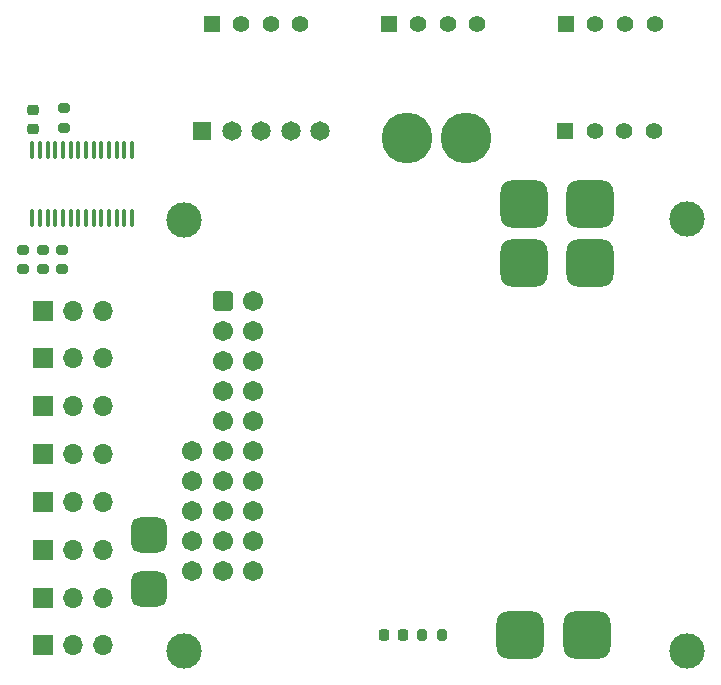
<source format=gts>
%TF.GenerationSoftware,KiCad,Pcbnew,7.0.7*%
%TF.CreationDate,2023-11-07T21:10:22-05:00*%
%TF.ProjectId,attachmentBoard,61747461-6368-46d6-956e-74426f617264,rev?*%
%TF.SameCoordinates,Original*%
%TF.FileFunction,Soldermask,Top*%
%TF.FilePolarity,Negative*%
%FSLAX46Y46*%
G04 Gerber Fmt 4.6, Leading zero omitted, Abs format (unit mm)*
G04 Created by KiCad (PCBNEW 7.0.7) date 2023-11-07 21:10:22*
%MOMM*%
%LPD*%
G01*
G04 APERTURE LIST*
G04 Aperture macros list*
%AMRoundRect*
0 Rectangle with rounded corners*
0 $1 Rounding radius*
0 $2 $3 $4 $5 $6 $7 $8 $9 X,Y pos of 4 corners*
0 Add a 4 corners polygon primitive as box body*
4,1,4,$2,$3,$4,$5,$6,$7,$8,$9,$2,$3,0*
0 Add four circle primitives for the rounded corners*
1,1,$1+$1,$2,$3*
1,1,$1+$1,$4,$5*
1,1,$1+$1,$6,$7*
1,1,$1+$1,$8,$9*
0 Add four rect primitives between the rounded corners*
20,1,$1+$1,$2,$3,$4,$5,0*
20,1,$1+$1,$4,$5,$6,$7,0*
20,1,$1+$1,$6,$7,$8,$9,0*
20,1,$1+$1,$8,$9,$2,$3,0*%
G04 Aperture macros list end*
%ADD10RoundRect,0.100000X0.100000X-0.637500X0.100000X0.637500X-0.100000X0.637500X-0.100000X-0.637500X0*%
%ADD11RoundRect,0.750000X-0.750000X-0.750000X0.750000X-0.750000X0.750000X0.750000X-0.750000X0.750000X0*%
%ADD12C,3.000000*%
%ADD13RoundRect,0.326336X0.528664X-0.528664X0.528664X0.528664X-0.528664X0.528664X-0.528664X-0.528664X0*%
%ADD14C,1.710000*%
%ADD15RoundRect,0.225000X0.250000X-0.225000X0.250000X0.225000X-0.250000X0.225000X-0.250000X-0.225000X0*%
%ADD16RoundRect,0.200000X-0.275000X0.200000X-0.275000X-0.200000X0.275000X-0.200000X0.275000X0.200000X0*%
%ADD17RoundRect,0.200000X0.200000X0.275000X-0.200000X0.275000X-0.200000X-0.275000X0.200000X-0.275000X0*%
%ADD18RoundRect,1.000000X1.000000X-1.000000X1.000000X1.000000X-1.000000X1.000000X-1.000000X-1.000000X0*%
%ADD19RoundRect,0.200000X0.275000X-0.200000X0.275000X0.200000X-0.275000X0.200000X-0.275000X-0.200000X0*%
%ADD20RoundRect,0.218750X-0.218750X-0.256250X0.218750X-0.256250X0.218750X0.256250X-0.218750X0.256250X0*%
%ADD21R,1.700000X1.700000*%
%ADD22O,1.700000X1.700000*%
%ADD23R,1.400000X1.400000*%
%ADD24C,1.400000*%
%ADD25C,4.300000*%
%ADD26R,1.650000X1.650000*%
%ADD27C,1.650000*%
G04 APERTURE END LIST*
D10*
%TO.C,U1*%
X136750000Y-55867500D03*
X137400000Y-55867500D03*
X138050000Y-55867500D03*
X138700000Y-55867500D03*
X139350000Y-55867500D03*
X140000000Y-55867500D03*
X140650000Y-55867500D03*
X141300000Y-55867500D03*
X141950000Y-55867500D03*
X142600000Y-55867500D03*
X143250000Y-55867500D03*
X143900000Y-55867500D03*
X144550000Y-55867500D03*
X145200000Y-55867500D03*
X145200000Y-50142500D03*
X144550000Y-50142500D03*
X143900000Y-50142500D03*
X143250000Y-50142500D03*
X142600000Y-50142500D03*
X141950000Y-50142500D03*
X141300000Y-50142500D03*
X140650000Y-50142500D03*
X140000000Y-50142500D03*
X139350000Y-50142500D03*
X138700000Y-50142500D03*
X138050000Y-50142500D03*
X137400000Y-50142500D03*
X136750000Y-50142500D03*
%TD*%
D11*
%TO.C,J10*%
X146590000Y-82660000D03*
X146590000Y-87280000D03*
%TD*%
D12*
%TO.C,*%
X149580000Y-55990000D03*
%TD*%
D13*
%TO.C,U2*%
X152910000Y-62850000D03*
D14*
X155450000Y-62850000D03*
X152910000Y-65390000D03*
X155450000Y-65390000D03*
X152910000Y-67930000D03*
X155450000Y-67930000D03*
X152910000Y-70470000D03*
X155450000Y-70470000D03*
X152910000Y-73010000D03*
X155450000Y-73010000D03*
X152910000Y-75550000D03*
X155450000Y-75550000D03*
X152910000Y-78090000D03*
X155450000Y-78090000D03*
X152910000Y-80630000D03*
X155450000Y-80630000D03*
X152910000Y-83170000D03*
X155450000Y-83170000D03*
X152910000Y-85710000D03*
X155450000Y-85710000D03*
X150270000Y-75550000D03*
X150270000Y-78090000D03*
X150270000Y-80630000D03*
X150270000Y-83170000D03*
X150270000Y-85710000D03*
%TD*%
D15*
%TO.C,C1*%
X136795000Y-48290000D03*
X136795000Y-46740000D03*
%TD*%
D12*
%TO.C,*%
X192160000Y-55971600D03*
%TD*%
D16*
%TO.C,R3*%
X139235000Y-58550000D03*
X139235000Y-60200000D03*
%TD*%
D17*
%TO.C,R7*%
X171430000Y-91165000D03*
X169780000Y-91165000D03*
%TD*%
D12*
%TO.C,*%
X192150000Y-92520000D03*
%TD*%
D16*
%TO.C,R2*%
X137645000Y-58550000D03*
X137645000Y-60200000D03*
%TD*%
D12*
%TO.C,*%
X149610000Y-92500000D03*
%TD*%
D18*
%TO.C,J9*%
X178060000Y-91140000D03*
X183680000Y-91140000D03*
%TD*%
D16*
%TO.C,R1*%
X135945000Y-58550000D03*
X135945000Y-60200000D03*
%TD*%
D18*
%TO.C,J8*%
X178360000Y-54710000D03*
X183980000Y-54710000D03*
%TD*%
D19*
%TO.C,R6*%
X139425000Y-48220000D03*
X139425000Y-46570000D03*
%TD*%
D20*
%TO.C,D1*%
X166557500Y-91165000D03*
X168132500Y-91165000D03*
%TD*%
D18*
%TO.C,J7*%
X178380000Y-59680000D03*
X184000000Y-59680000D03*
%TD*%
D21*
%TO.C,J13*%
X137625000Y-83945000D03*
D22*
X140165000Y-83945000D03*
X142705000Y-83945000D03*
%TD*%
D23*
%TO.C,J1*%
X151930000Y-39470000D03*
D24*
X154430000Y-39470000D03*
X156930000Y-39470000D03*
X159430000Y-39470000D03*
%TD*%
D21*
%TO.C,J17*%
X137625000Y-67745000D03*
D22*
X140165000Y-67745000D03*
X142705000Y-67745000D03*
%TD*%
D21*
%TO.C,J14*%
X137625000Y-79895000D03*
D22*
X140165000Y-79895000D03*
X142705000Y-79895000D03*
%TD*%
D25*
%TO.C,J5*%
X168490000Y-49080000D03*
X173490000Y-49080000D03*
%TD*%
D23*
%TO.C,J4*%
X181880000Y-48480000D03*
D24*
X184380000Y-48480000D03*
X186880000Y-48480000D03*
X189380000Y-48480000D03*
%TD*%
D21*
%TO.C,J16*%
X137625000Y-71795000D03*
D22*
X140165000Y-71795000D03*
X142705000Y-71795000D03*
%TD*%
D21*
%TO.C,J11*%
X137625000Y-92045000D03*
D22*
X140165000Y-92045000D03*
X142705000Y-92045000D03*
%TD*%
D21*
%TO.C,J15*%
X137625000Y-75845000D03*
D22*
X140165000Y-75845000D03*
X142705000Y-75845000D03*
%TD*%
D21*
%TO.C,J12*%
X137625000Y-87995000D03*
D22*
X140165000Y-87995000D03*
X142705000Y-87995000D03*
%TD*%
D23*
%TO.C,J3*%
X181930000Y-39470000D03*
D24*
X184430000Y-39470000D03*
X186930000Y-39470000D03*
X189430000Y-39470000D03*
%TD*%
D21*
%TO.C,J18*%
X137625000Y-63695000D03*
D22*
X140165000Y-63695000D03*
X142705000Y-63695000D03*
%TD*%
D26*
%TO.C,J6*%
X151115000Y-48480000D03*
D27*
X153615000Y-48480000D03*
X156115000Y-48480000D03*
X158615000Y-48480000D03*
X161115000Y-48480000D03*
%TD*%
D23*
%TO.C,J2*%
X166930000Y-39470000D03*
D24*
X169430000Y-39470000D03*
X171930000Y-39470000D03*
X174430000Y-39470000D03*
%TD*%
M02*

</source>
